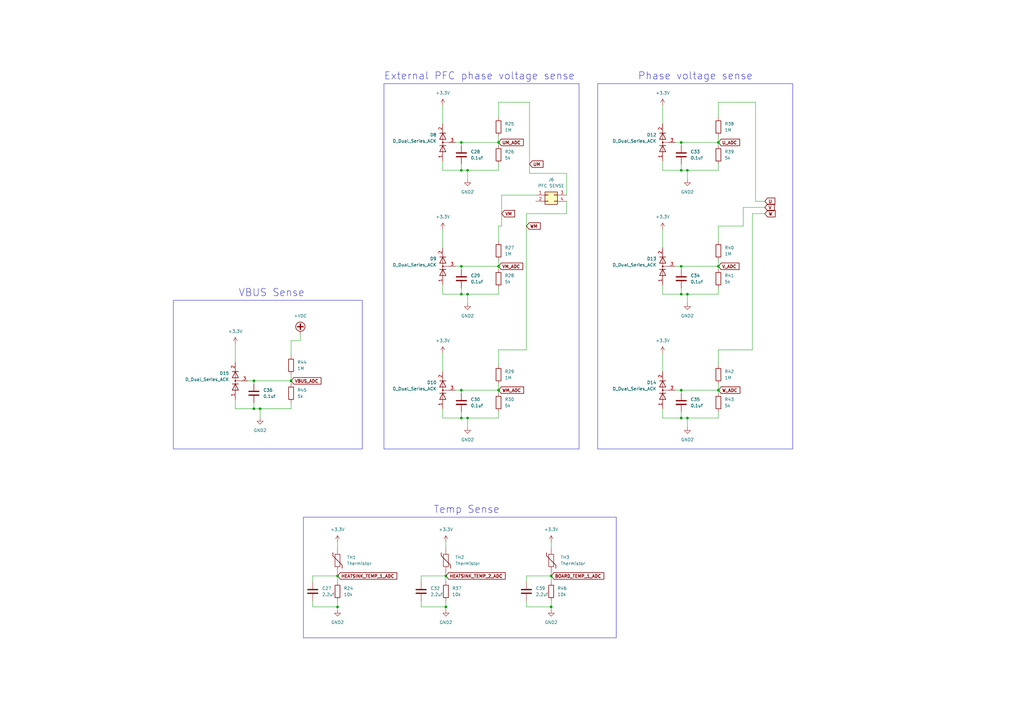
<source format=kicad_sch>
(kicad_sch (version 20230121) (generator eeschema)
  (paper "A3")
  (lib_symbols
    (symbol "Connector_Generic:Conn_02x02_Top_Bottom" (pin_names (offset 1.016) hide)
      (property "Reference" "J" (at 1.27 2.54 0))
      (property "Value" "Conn_02x02_Top_Bottom" (at 1.27 -5.08 0))
      (symbol "Conn_02x02_Top_Bottom_1_1"
        (rectangle (start -1.27 -2.413) (end 0 -2.667) (stroke (width 0.1524)))
        (rectangle (start -1.27 0.127) (end 0 -0.127) (stroke (width 0.1524)))
        (rectangle (start -1.27 1.27) (end 3.81 -3.81) (stroke (width 0.254)) (fill (type background)))
        (rectangle (start 3.81 -2.413) (end 2.54 -2.667) (stroke (width 0.1524)))
        (rectangle (start 3.81 0.127) (end 2.54 -0.127) (stroke (width 0.1524)))
        (pin passive line (at -5.08 0 0) (length 3.81) (name "Pin_1") (number "1"))
        (pin passive line (at -5.08 -2.54 0) (length 3.81) (name "Pin_2") (number "2"))
        (pin passive line (at 7.62 0 180) (length 3.81) (name "Pin_3") (number "3"))
        (pin passive line (at 7.62 -2.54 180) (length 3.81) (name "Pin_4") (number "4"))
      )
    )
    (symbol "Device:C" (pin_numbers hide) (pin_names (offset 0.254))
      (property "Reference" "C" (at 0.635 2.54 0))
      (property "Value" "C" (at 0.635 -2.54 0))
      (symbol "C_0_1"
        (polyline (pts (xy -2.032 -0.762) (xy 2.032 -0.762)) (stroke (width 0.508)))
        (polyline (pts (xy -2.032 0.762) (xy 2.032 0.762)) (stroke (width 0.508)))
      )
      (symbol "C_1_1"
        (pin passive line (at 0 3.81 270) (length 2.794) (name "~") (number "1"))
        (pin passive line (at 0 -3.81 90) (length 2.794) (name "~") (number "2"))
      )
    )
    (symbol "Device:D_Dual_Series_AKC" (pin_names (offset 0.762) hide)
      (property "Reference" "D" (at 1.27 -2.54 0))
      (property "Value" "D_Dual_Series_AKC" (at 0 2.54 0))
      (symbol "D_Dual_Series_AKC_0_1"
        (polyline (pts (xy -3.81 0) (xy 3.81 0)))
        (polyline (pts (xy 0 0) (xy 0 -2.54)))
        (polyline (pts (xy 6.35 0) (xy 7.62 0)))
        (polyline (pts (xy -1.27 -1.27) (xy -1.27 1.27) (xy -1.27 1.27)) (stroke (width 0.254)))
        (polyline (pts (xy 3.81 1.27) (xy 3.81 -1.27) (xy 3.81 -1.27)) (stroke (width 0.254)))
        (polyline (pts (xy -3.81 1.27) (xy -1.27 0) (xy -3.81 -1.27) (xy -3.81 1.27) (xy -3.81 1.27) (xy -3.81 1.27)) (stroke (width 0.254)))
        (polyline (pts (xy 1.27 1.27) (xy 3.81 0) (xy 1.27 -1.27) (xy 1.27 1.27) (xy 1.27 1.27) (xy 1.27 1.27)) (stroke (width 0.254)))
        (circle (center 0 0) (radius 0.254) (fill (type outline)))
        (pin passive line (at -7.62 0 0) (length 3.81) (name "A") (number "1"))
        (pin passive line (at 7.62 0 180) (length 3.81) (name "K") (number "2"))
        (pin passive line (at 0 -5.08 90) (length 2.54) (name "common") (number "3"))
      )
    )
    (symbol "Device:R" (pin_numbers hide) (pin_names (offset 0))
      (property "Reference" "R" (at 2.032 0 90))
      (property "Value" "R" (at 0 0 90))
      (symbol "R_0_1"
        (rectangle (start -1.016 -2.54) (end 1.016 2.54) (stroke (width 0.254)))
      )
      (symbol "R_1_1"
        (pin passive line (at 0 3.81 270) (length 1.27) (name "~") (number "1"))
        (pin passive line (at 0 -3.81 90) (length 1.27) (name "~") (number "2"))
      )
    )
    (symbol "Device:Thermistor" (pin_numbers hide) (pin_names (offset 0))
      (property "Reference" "TH" (at 2.54 1.27 90))
      (property "Value" "Thermistor" (at -2.54 0 90))
      (symbol "Thermistor_0_1"
        (rectangle (start -1.016 2.54) (end 1.016 -2.54) (stroke (width 0.2032)))
        (polyline (pts (xy -1.905 3.175) (xy -1.905 1.905) (xy 1.905 -1.905) (xy 1.905 -3.175) (xy 1.905 -3.175)) (stroke (width 0.254)))
      )
      (symbol "Thermistor_1_1"
        (pin passive line (at 0 5.08 270) (length 2.54) (name "~") (number "1"))
        (pin passive line (at 0 -5.08 90) (length 2.54) (name "~") (number "2"))
      )
    )
    (symbol "power:+3.3V" (power) (pin_names (offset 0))
      (property "Value" "+3.3V" (at 0 3.556 0))
      (symbol "+3.3V_0_1"
        (polyline (pts (xy -0.762 1.27) (xy 0 2.54)))
        (polyline (pts (xy 0 0) (xy 0 2.54)))
        (polyline (pts (xy 0 2.54) (xy 0.762 1.27)))
      )
      (symbol "+3.3V_1_1"
        (pin power_in line (at 0 0 90) (length 0) hide (name "+3.3V") (number "1"))
      )
    )
    (symbol "power:+VDC" (power) (pin_names (offset 0))
      (property "Value" "+VDC" (at 0 6.35 0))
      (symbol "+VDC_0_1"
        (polyline (pts (xy -1.143 3.175) (xy 1.143 3.175)) (stroke (width 0.508)))
        (polyline (pts (xy 0 0) (xy 0 1.27)))
        (polyline (pts (xy 0 2.032) (xy 0 4.318)) (stroke (width 0.508)))
        (circle (center 0 3.175) (radius 1.905) (stroke (width 0.254)))
      )
      (symbol "+VDC_1_1"
        (pin power_in line (at 0 0 90) (length 0) hide (name "+VDC") (number "1"))
      )
    )
    (symbol "power:GND2" (power) (pin_names (offset 0))
      (property "Value" "GND2" (at 0 -3.81 0))
      (symbol "GND2_0_1"
        (polyline (pts (xy 0 0) (xy 0 -1.27) (xy 1.27 -1.27) (xy 0 -2.54) (xy -1.27 -1.27) (xy 0 -1.27)))
      )
      (symbol "GND2_1_1"
        (pin power_in line (at 0 0 270) (length 0) hide (name "GND2") (number "1"))
      )
    )
  )
  (junction (at 279.4 160.02))
  (junction (at 204.47 109.22))
  (junction (at 189.23 109.22))
  (junction (at 279.4 171.45))
  (junction (at 294.64 58.42))
  (junction (at 279.4 58.42))
  (junction (at 104.14 156.21))
  (junction (at 182.88 248.92))
  (junction (at 294.64 160.02))
  (junction (at 279.4 120.65))
  (junction (at 182.88 236.22))
  (junction (at 204.47 58.42))
  (junction (at 294.64 109.22))
  (junction (at 204.47 160.02))
  (junction (at 189.23 171.45))
  (junction (at 189.23 69.85))
  (junction (at 281.94 171.45))
  (junction (at 104.14 167.64))
  (junction (at 189.23 58.42))
  (junction (at 189.23 160.02))
  (junction (at 226.06 248.92))
  (junction (at 189.23 120.65))
  (junction (at 119.38 156.21))
  (junction (at 281.94 69.85))
  (junction (at 191.77 171.45))
  (junction (at 106.68 167.64))
  (junction (at 279.4 69.85))
  (junction (at 226.06 236.22))
  (junction (at 191.77 120.65))
  (junction (at 138.43 236.22))
  (junction (at 281.94 120.65))
  (junction (at 191.77 69.85))
  (junction (at 138.43 248.92))
  (junction (at 279.4 109.22))
  (wire (pts (xy 104.14 167.64) (xy 106.68 167.64)))
  (wire (pts (xy 204.47 161.29) (xy 204.47 160.02)))
  (wire (pts (xy 138.43 248.92) (xy 138.43 250.19)))
  (wire (pts (xy 128.27 246.38) (xy 128.27 248.92)))
  (wire (pts (xy 204.47 106.68) (xy 204.47 109.22)))
  (wire (pts (xy 294.64 118.11) (xy 294.64 120.65)))
  (wire (pts (xy 217.17 41.91) (xy 217.17 71.12)))
  (wire (pts (xy 215.9 248.92) (xy 226.06 248.92)))
  (wire (pts (xy 189.23 58.42) (xy 189.23 59.69)))
  (wire (pts (xy 279.4 168.91) (xy 279.4 171.45)))
  (wire (pts (xy 119.38 167.64) (xy 106.68 167.64)))
  (wire (pts (xy 204.47 55.88) (xy 204.47 58.42)))
  (wire (pts (xy 182.88 234.95) (xy 182.88 236.22)))
  (wire (pts (xy 204.47 59.69) (xy 204.47 58.42)))
  (wire (pts (xy 104.14 165.1) (xy 104.14 167.64)))
  (wire (pts (xy 204.47 41.91) (xy 217.17 41.91)))
  (wire (pts (xy 279.4 160.02) (xy 276.86 160.02)))
  (wire (pts (xy 294.64 120.65) (xy 281.94 120.65)))
  (wire (pts (xy 138.43 234.95) (xy 138.43 236.22)))
  (wire (pts (xy 204.47 67.31) (xy 204.47 69.85)))
  (wire (pts (xy 204.47 160.02) (xy 189.23 160.02)))
  (wire (pts (xy 172.72 246.38) (xy 172.72 248.92)))
  (wire (pts (xy 204.47 143.51) (xy 215.9 143.51)))
  (wire (pts (xy 182.88 238.76) (xy 182.88 236.22)))
  (wire (pts (xy 226.06 238.76) (xy 226.06 236.22)))
  (wire (pts (xy 309.88 41.91) (xy 309.88 82.55)))
  (wire (pts (xy 181.61 66.04) (xy 181.61 69.85)))
  (wire (pts (xy 181.61 171.45) (xy 189.23 171.45)))
  (wire (pts (xy 189.23 109.22) (xy 186.69 109.22)))
  (wire (pts (xy 232.41 87.63) (xy 232.41 82.55)))
  (wire (pts (xy 181.61 167.64) (xy 181.61 171.45)))
  (wire (pts (xy 294.64 110.49) (xy 294.64 109.22)))
  (wire (pts (xy 204.47 168.91) (xy 204.47 171.45)))
  (wire (pts (xy 96.52 167.64) (xy 104.14 167.64)))
  (wire (pts (xy 271.78 43.18) (xy 271.78 50.8)))
  (wire (pts (xy 189.23 58.42) (xy 186.69 58.42)))
  (wire (pts (xy 294.64 109.22) (xy 279.4 109.22)))
  (wire (pts (xy 294.64 157.48) (xy 294.64 160.02)))
  (wire (pts (xy 123.19 139.7) (xy 123.19 137.16)))
  (wire (pts (xy 232.41 71.12) (xy 217.17 71.12)))
  (wire (pts (xy 104.14 156.21) (xy 104.14 157.48)))
  (wire (pts (xy 294.64 161.29) (xy 294.64 160.02)))
  (wire (pts (xy 138.43 238.76) (xy 138.43 236.22)))
  (wire (pts (xy 294.64 149.86) (xy 294.64 143.51)))
  (wire (pts (xy 226.06 234.95) (xy 226.06 236.22)))
  (wire (pts (xy 96.52 163.83) (xy 96.52 167.64)))
  (wire (pts (xy 308.61 87.63) (xy 308.61 143.51)))
  (wire (pts (xy 279.4 69.85) (xy 281.94 69.85)))
  (wire (pts (xy 226.06 248.92) (xy 226.06 250.19)))
  (wire (pts (xy 189.23 109.22) (xy 189.23 110.49)))
  (wire (pts (xy 294.64 168.91) (xy 294.64 171.45)))
  (wire (pts (xy 104.14 156.21) (xy 101.6 156.21)))
  (wire (pts (xy 309.88 82.55) (xy 313.69 82.55)))
  (wire (pts (xy 215.9 246.38) (xy 215.9 248.92)))
  (wire (pts (xy 181.61 69.85) (xy 189.23 69.85)))
  (wire (pts (xy 189.23 160.02) (xy 186.69 160.02)))
  (wire (pts (xy 294.64 55.88) (xy 294.64 58.42)))
  (wire (pts (xy 271.78 167.64) (xy 271.78 171.45)))
  (wire (pts (xy 281.94 120.65) (xy 281.94 124.46)))
  (wire (pts (xy 279.4 118.11) (xy 279.4 120.65)))
  (wire (pts (xy 204.47 69.85) (xy 191.77 69.85)))
  (wire (pts (xy 279.4 171.45) (xy 281.94 171.45)))
  (wire (pts (xy 226.06 246.38) (xy 226.06 248.92)))
  (wire (pts (xy 279.4 160.02) (xy 279.4 161.29)))
  (wire (pts (xy 181.61 116.84) (xy 181.61 120.65)))
  (wire (pts (xy 204.47 120.65) (xy 191.77 120.65)))
  (wire (pts (xy 128.27 248.92) (xy 138.43 248.92)))
  (wire (pts (xy 172.72 248.92) (xy 182.88 248.92)))
  (wire (pts (xy 294.64 41.91) (xy 309.88 41.91)))
  (wire (pts (xy 182.88 222.25) (xy 182.88 224.79)))
  (wire (pts (xy 205.74 80.01) (xy 205.74 92.71)))
  (wire (pts (xy 232.41 80.01) (xy 232.41 71.12)))
  (wire (pts (xy 189.23 168.91) (xy 189.23 171.45)))
  (wire (pts (xy 204.47 149.86) (xy 204.47 143.51)))
  (wire (pts (xy 204.47 118.11) (xy 204.47 120.65)))
  (wire (pts (xy 281.94 171.45) (xy 281.94 175.26)))
  (wire (pts (xy 294.64 69.85) (xy 281.94 69.85)))
  (wire (pts (xy 138.43 236.22) (xy 128.27 236.22)))
  (wire (pts (xy 294.64 99.06) (xy 294.64 92.71)))
  (wire (pts (xy 279.4 109.22) (xy 276.86 109.22)))
  (wire (pts (xy 189.23 160.02) (xy 189.23 161.29)))
  (wire (pts (xy 271.78 93.98) (xy 271.78 101.6)))
  (wire (pts (xy 279.4 58.42) (xy 279.4 59.69)))
  (wire (pts (xy 172.72 236.22) (xy 172.72 238.76)))
  (wire (pts (xy 294.64 92.71) (xy 304.8 92.71)))
  (wire (pts (xy 181.61 93.98) (xy 181.61 101.6)))
  (wire (pts (xy 281.94 69.85) (xy 281.94 73.66)))
  (wire (pts (xy 204.47 99.06) (xy 204.47 92.71)))
  (wire (pts (xy 271.78 120.65) (xy 279.4 120.65)))
  (wire (pts (xy 271.78 66.04) (xy 271.78 69.85)))
  (wire (pts (xy 96.52 140.97) (xy 96.52 148.59)))
  (wire (pts (xy 304.8 92.71) (xy 304.8 85.09)))
  (wire (pts (xy 204.47 48.26) (xy 204.47 41.91)))
  (wire (pts (xy 304.8 85.09) (xy 313.69 85.09)))
  (wire (pts (xy 204.47 92.71) (xy 205.74 92.71)))
  (wire (pts (xy 215.9 87.63) (xy 232.41 87.63)))
  (wire (pts (xy 181.61 120.65) (xy 189.23 120.65)))
  (wire (pts (xy 313.69 87.63) (xy 308.61 87.63)))
  (wire (pts (xy 119.38 153.67) (xy 119.38 156.21)))
  (wire (pts (xy 182.88 248.92) (xy 182.88 250.19)))
  (wire (pts (xy 294.64 143.51) (xy 308.61 143.51)))
  (wire (pts (xy 189.23 120.65) (xy 191.77 120.65)))
  (wire (pts (xy 279.4 120.65) (xy 281.94 120.65)))
  (wire (pts (xy 271.78 116.84) (xy 271.78 120.65)))
  (wire (pts (xy 181.61 144.78) (xy 181.61 152.4)))
  (wire (pts (xy 119.38 157.48) (xy 119.38 156.21)))
  (wire (pts (xy 189.23 69.85) (xy 191.77 69.85)))
  (wire (pts (xy 182.88 246.38) (xy 182.88 248.92)))
  (wire (pts (xy 219.71 80.01) (xy 205.74 80.01)))
  (wire (pts (xy 138.43 222.25) (xy 138.43 224.79)))
  (wire (pts (xy 106.68 167.64) (xy 106.68 171.45)))
  (wire (pts (xy 204.47 109.22) (xy 189.23 109.22)))
  (wire (pts (xy 215.9 236.22) (xy 215.9 238.76)))
  (wire (pts (xy 119.38 139.7) (xy 123.19 139.7)))
  (wire (pts (xy 215.9 87.63) (xy 215.9 143.51)))
  (wire (pts (xy 226.06 222.25) (xy 226.06 224.79)))
  (wire (pts (xy 294.64 58.42) (xy 279.4 58.42)))
  (wire (pts (xy 204.47 171.45) (xy 191.77 171.45)))
  (wire (pts (xy 181.61 43.18) (xy 181.61 50.8)))
  (wire (pts (xy 294.64 160.02) (xy 279.4 160.02)))
  (wire (pts (xy 189.23 67.31) (xy 189.23 69.85)))
  (wire (pts (xy 204.47 58.42) (xy 189.23 58.42)))
  (wire (pts (xy 119.38 146.05) (xy 119.38 139.7)))
  (wire (pts (xy 294.64 59.69) (xy 294.64 58.42)))
  (wire (pts (xy 119.38 156.21) (xy 104.14 156.21)))
  (wire (pts (xy 279.4 58.42) (xy 276.86 58.42)))
  (wire (pts (xy 191.77 69.85) (xy 191.77 73.66)))
  (wire (pts (xy 279.4 67.31) (xy 279.4 69.85)))
  (wire (pts (xy 191.77 171.45) (xy 191.77 175.26)))
  (wire (pts (xy 294.64 48.26) (xy 294.64 41.91)))
  (wire (pts (xy 138.43 246.38) (xy 138.43 248.92)))
  (wire (pts (xy 204.47 110.49) (xy 204.47 109.22)))
  (wire (pts (xy 189.23 118.11) (xy 189.23 120.65)))
  (wire (pts (xy 204.47 157.48) (xy 204.47 160.02)))
  (wire (pts (xy 294.64 67.31) (xy 294.64 69.85)))
  (wire (pts (xy 271.78 69.85) (xy 279.4 69.85)))
  (wire (pts (xy 128.27 236.22) (xy 128.27 238.76)))
  (wire (pts (xy 294.64 171.45) (xy 281.94 171.45)))
  (wire (pts (xy 119.38 165.1) (xy 119.38 167.64)))
  (wire (pts (xy 191.77 120.65) (xy 191.77 124.46)))
  (wire (pts (xy 271.78 144.78) (xy 271.78 152.4)))
  (wire (pts (xy 271.78 171.45) (xy 279.4 171.45)))
  (wire (pts (xy 294.64 106.68) (xy 294.64 109.22)))
  (wire (pts (xy 189.23 171.45) (xy 191.77 171.45)))
  (wire (pts (xy 182.88 236.22) (xy 172.72 236.22)))
  (wire (pts (xy 279.4 109.22) (xy 279.4 110.49)))
  (wire (pts (xy 226.06 236.22) (xy 215.9 236.22)))
  (rectangle (start 71.12 123.19) (end 148.59 184.15))
  (rectangle (start 124.46 212.09) (end 252.73 261.62))
  (rectangle (start 157.48 34.29) (end 237.49 184.15))
  (rectangle (start 245.11 34.29) (end 325.12 184.15))
  (text "VBUS Sense" (at 97.79 121.92 0) (effects (font (size 3 3)) (justify left bottom)))
  (text "External PFC phase voltage sense" (at 157.48 33.02 0) (effects (font (size 3 3)) (justify left bottom)))
  (text "Phase voltage sense" (at 261.62 33.02 0) (effects (font (size 3 3)) (justify left bottom)))
  (text "Temp Sense" (at 177.8 210.82 0) (effects (font (size 3 3)) (justify left bottom)))
  (global_label "U_ADC" (shape input) (at 294.64 58.42 0) (effects (font bold)) (property "Intersheetrefs" "${INTERSHEET_REFS}" (effects hide)))
  (global_label "HEATSINK_TEMP_1_ADC" (shape input) (at 138.43 236.22 0) (effects (font bold)) (property "Intersheetrefs" "${INTERSHEET_REFS}" (effects hide)))
  (global_label "UM_ADC" (shape input) (at 204.47 58.42 0) (effects (font bold)) (property "Intersheetrefs" "${INTERSHEET_REFS}" (effects hide)))
  (global_label "HEATSINK_TEMP_2_ADC" (shape input) (at 182.88 236.22 0) (effects (font bold)) (property "Intersheetrefs" "${INTERSHEET_REFS}" (effects hide)))
  (global_label "V" (shape input) (at 313.69 85.09 0) (effects (font bold)) (property "Intersheetrefs" "${INTERSHEET_REFS}" (effects hide)))
  (global_label "WM" (shape input) (at 215.9 92.71 0) (effects (font bold)) (property "Intersheetrefs" "${INTERSHEET_REFS}" (effects hide)))
  (global_label "UM" (shape input) (at 217.17 67.31 0) (effects (font bold)) (property "Intersheetrefs" "${INTERSHEET_REFS}" (effects hide)))
  (global_label "W_ADC" (shape input) (at 294.64 160.02 0) (effects (font bold)) (property "Intersheetrefs" "${INTERSHEET_REFS}" (effects hide)))
  (global_label "VM_ADC" (shape input) (at 204.47 109.22 0) (effects (font bold)) (property "Intersheetrefs" "${INTERSHEET_REFS}" (effects hide)))
  (global_label "VM" (shape input) (at 205.74 87.63 0) (effects (font bold)) (property "Intersheetrefs" "${INTERSHEET_REFS}" (effects hide)))
  (global_label "WM_ADC" (shape input) (at 204.47 160.02 0) (effects (font bold)) (property "Intersheetrefs" "${INTERSHEET_REFS}" (effects hide)))
  (global_label "BOARD_TEMP_1_ADC" (shape input) (at 226.06 236.22 0) (effects (font bold)) (property "Intersheetrefs" "${INTERSHEET_REFS}" (effects hide)))
  (global_label "VBUS_ADC" (shape input) (at 119.38 156.21 0) (effects (font bold)) (property "Intersheetrefs" "${INTERSHEET_REFS}" (effects hide)))
  (global_label "W" (shape input) (at 313.69 87.63 0) (effects (font bold)) (property "Intersheetrefs" "${INTERSHEET_REFS}" (effects hide)))
  (global_label "U" (shape input) (at 313.69 82.55 0) (effects (font bold)) (property "Intersheetrefs" "${INTERSHEET_REFS}" (effects hide)))
  (global_label "V_ADC" (shape input) (at 294.64 109.22 0) (effects (font bold)) (property "Intersheetrefs" "${INTERSHEET_REFS}" (effects hide)))
  (symbol (lib_id "Device:C") (at 279.4 165.1 0) (unit 1)
    (property "Reference" "C35" (at 283.21 163.8299 0) (effects (justify left)))
    (property "Value" "0.1uf" (at 283.21 166.3699 0) (effects (justify left)))
    (property "Footprint" "Capacitor_SMD:C_0603_1608Metric" (effects hide))
    (instances (project "HV servo drive v1" (path "" (reference "C35") (unit 1)) (path "" (reference "C36") (unit 1))))
  )
  (symbol (lib_id "Device:C") (at 128.27 242.57 0) (unit 1)
    (property "Reference" "C27" (at 132.08 241.2999 0) (effects (justify left)))
    (property "Value" "2.2uf" (at 132.08 243.8399 0) (effects (justify left)))
    (property "Footprint" "Capacitor_SMD:C_0603_1608Metric" (effects hide))
  )
  (symbol (lib_id "power:+3.3V") (at 181.61 93.98 0) (unit 1)
    (property "Reference" "#PWR050" (effects hide))
    (property "Value" "+3.3V" (at 181.61 88.9 0))
    (instances (project "HV servo drive v1" (path "" (reference "#PWR050") (unit 1)) (path "" (reference "#PWR056") (unit 1))))
  )
  (symbol (lib_id "Device:R") (at 138.43 242.57 0) (unit 1)
    (property "Reference" "R24" (at 140.97 241.2999 0) (effects (justify left)))
    (property "Value" "10k" (at 140.97 243.8399 0) (effects (justify left)))
    (property "Footprint" "Resistor_SMD:R_0603_1608Metric" (effects hide))
  )
  (symbol (lib_id "power:GND2") (at 191.77 175.26 0) (unit 1)
    (property "Reference" "#PWR057" (effects hide))
    (property "Value" "GND2" (at 191.77 180.34 0))
    (instances (project "HV servo drive v1" (path "" (reference "#PWR057") (unit 1)) (path "" (reference "#PWR064") (unit 1))))
  )
  (symbol (lib_id "Device:D_Dual_Series_AKC") (at 181.61 58.42 90) (unit 1)
    (property "Reference" "D8" (at 179.07 55.3084 90) (effects (justify left)))
    (property "Value" "D_Dual_Series_ACK" (at 179.07 57.8484 90) (effects (justify left)))
    (property "Footprint" "Package_TO_SOT_SMD:SOT-23" (effects hide))
    (instances (project "HV servo drive v1" (path "" (reference "D8") (unit 1)) (path "" (reference "D9") (unit 1))))
  )
  (symbol (lib_id "Device:R") (at 204.47 114.3 0) (unit 1)
    (property "Reference" "R28" (at 207.01 113.0299 0) (effects (justify left)))
    (property "Value" "5k" (at 207.01 115.5699 0) (effects (justify left)))
    (property "Footprint" "Resistor_SMD:R_0603_1608Metric" (effects hide))
    (instances (project "HV servo drive v1" (path "" (reference "R28") (unit 1)) (path "" (reference "R30") (unit 1))))
  )
  (symbol (lib_id "Connector_Generic:Conn_02x02_Top_Bottom") (at 224.79 80.01 0) (unit 1)
    (property "Reference" "J6" (at 226.06 73.66 0))
    (property "Value" "PFC SENSE" (at 226.06 76.2 0))
    (property "Footprint" "Connector_Molex:Molex_Mini-Fit_Jr_5569-04A2_2x02_P4.20mm_Horizontal" (effects hide))
  )
  (symbol (lib_id "power:GND2") (at 281.94 73.66 0) (unit 1)
    (property "Reference" "#PWR066" (effects hide))
    (property "Value" "GND2" (at 281.94 78.74 0))
    (instances (project "HV servo drive v1" (path "" (reference "#PWR066") (unit 1)) (path "" (reference "#PWR068") (unit 1))))
  )
  (symbol (lib_id "Device:Thermistor") (at 226.06 229.87 0) (unit 1)
    (property "Reference" "TH3" (at 229.87 228.5999 0) (effects (justify left)))
    (property "Value" "Thermistor" (at 229.87 231.1399 0) (effects (justify left)))
    (property "Footprint" "Resistor_SMD:R_0603_1608Metric" (effects hide))
  )
  (symbol (lib_id "Device:D_Dual_Series_AKC") (at 271.78 160.02 90) (unit 1)
    (property "Reference" "D14" (at 269.24 156.9084 90) (effects (justify left)))
    (property "Value" "D_Dual_Series_ACK" (at 269.24 159.4484 90) (effects (justify left)))
    (property "Footprint" "Package_TO_SOT_SMD:SOT-23" (effects hide))
    (instances (project "HV servo drive v1" (path "" (reference "D14") (unit 1)) (path "" (reference "D15") (unit 1))))
  )
  (symbol (lib_id "power:GND2") (at 182.88 250.19 0) (unit 1)
    (property "Reference" "#PWR061" (effects hide))
    (property "Value" "GND2" (at 182.88 255.27 0))
  )
  (symbol (lib_id "power:+3.3V") (at 271.78 43.18 0) (unit 1)
    (property "Reference" "#PWR062" (effects hide))
    (property "Value" "+3.3V" (at 271.78 38.1 0))
    (instances (project "HV servo drive v1" (path "" (reference "#PWR062") (unit 1)) (path "" (reference "#PWR065") (unit 1))))
  )
  (symbol (lib_id "Device:C") (at 189.23 63.5 0) (unit 1)
    (property "Reference" "C28" (at 193.04 62.2299 0) (effects (justify left)))
    (property "Value" "0.1uf" (at 193.04 64.7699 0) (effects (justify left)))
    (property "Footprint" "Capacitor_SMD:C_0603_1608Metric" (effects hide))
    (instances (project "HV servo drive v1" (path "" (reference "C28") (unit 1)) (path "" (reference "C29") (unit 1))))
  )
  (symbol (lib_id "power:+VDC") (at 123.19 137.16 0) (unit 1)
    (property "Reference" "#PWR072" (effects hide))
    (property "Value" "+VDC" (at 123.19 129.54 0))
    (instances (project "HV servo drive v1" (path "" (reference "#PWR072") (unit 1)) (path "" (reference "#PWR051") (unit 1))))
  )
  (symbol (lib_id "Device:D_Dual_Series_AKC") (at 181.61 109.22 90) (unit 1)
    (property "Reference" "D9" (at 179.07 106.1084 90) (effects (justify left)))
    (property "Value" "D_Dual_Series_ACK" (at 179.07 108.6484 90) (effects (justify left)))
    (property "Footprint" "Package_TO_SOT_SMD:SOT-23" (effects hide))
    (instances (project "HV servo drive v1" (path "" (reference "D9") (unit 1)) (path "" (reference "D10") (unit 1))))
  )
  (symbol (lib_id "Device:Thermistor") (at 138.43 229.87 0) (unit 1)
    (property "Reference" "TH1" (at 142.24 228.5999 0) (effects (justify left)))
    (property "Value" "Thermistor" (at 142.24 231.1399 0) (effects (justify left)))
    (property "Footprint" "Connector_PinHeader_2.54mm:PinHeader_1x02_P2.54mm_Vertical" (effects hide))
  )
  (symbol (lib_id "Device:R") (at 294.64 153.67 0) (unit 1)
    (property "Reference" "R42" (at 297.18 152.3999 0) (effects (justify left)))
    (property "Value" "1M" (at 297.18 154.9399 0) (effects (justify left)))
    (property "Footprint" "Resistor_THT:R_Axial_DIN0309_L9.0mm_D3.2mm_P12.70mm_Horizontal" (effects hide))
    (instances (project "HV servo drive v1" (path "" (reference "R42") (unit 1)) (path "" (reference "R44") (unit 1))))
  )
  (symbol (lib_id "Device:R") (at 204.47 63.5 0) (unit 1)
    (property "Reference" "R26" (at 207.01 62.2299 0) (effects (justify left)))
    (property "Value" "5k" (at 207.01 64.7699 0) (effects (justify left)))
    (property "Footprint" "Resistor_SMD:R_0603_1608Metric" (effects hide))
    (instances (project "HV servo drive v1" (path "" (reference "R26") (unit 1)) (path "" (reference "R28") (unit 1))))
  )
  (symbol (lib_id "power:GND2") (at 191.77 73.66 0) (unit 1)
    (property "Reference" "#PWR055" (effects hide))
    (property "Value" "GND2" (at 191.77 78.74 0))
    (instances (project "HV servo drive v1" (path "" (reference "#PWR055") (unit 1)) (path "" (reference "#PWR062") (unit 1))))
  )
  (symbol (lib_id "Device:C") (at 279.4 114.3 0) (unit 1)
    (property "Reference" "C34" (at 283.21 113.0299 0) (effects (justify left)))
    (property "Value" "0.1uf" (at 283.21 115.5699 0) (effects (justify left)))
    (property "Footprint" "Capacitor_SMD:C_0603_1608Metric" (effects hide))
    (instances (project "HV servo drive v1" (path "" (reference "C34") (unit 1)) (path "" (reference "C35") (unit 1))))
  )
  (symbol (lib_id "Device:R") (at 204.47 102.87 0) (unit 1)
    (property "Reference" "R27" (at 207.01 101.5999 0) (effects (justify left)))
    (property "Value" "1M" (at 207.01 104.1399 0) (effects (justify left)))
    (property "Footprint" "Resistor_THT:R_Axial_DIN0309_L9.0mm_D3.2mm_P12.70mm_Horizontal" (effects hide))
    (instances (project "HV servo drive v1" (path "" (reference "R27") (unit 1)) (path "" (reference "R29") (unit 1))))
  )
  (symbol (lib_id "Device:R") (at 182.88 242.57 0) (unit 1)
    (property "Reference" "R37" (at 185.42 241.2999 0) (effects (justify left)))
    (property "Value" "10k" (at 185.42 243.8399 0) (effects (justify left)))
    (property "Footprint" "Resistor_SMD:R_0603_1608Metric" (effects hide))
  )
  (symbol (lib_id "Device:R") (at 294.64 63.5 0) (unit 1)
    (property "Reference" "R39" (at 297.18 62.2299 0) (effects (justify left)))
    (property "Value" "5k" (at 297.18 64.7699 0) (effects (justify left)))
    (property "Footprint" "Resistor_SMD:R_0603_1608Metric" (effects hide))
    (instances (project "HV servo drive v1" (path "" (reference "R39") (unit 1)) (path "" (reference "R41") (unit 1))))
  )
  (symbol (lib_id "Device:D_Dual_Series_AKC") (at 271.78 58.42 90) (unit 1)
    (property "Reference" "D12" (at 269.24 55.3084 90) (effects (justify left)))
    (property "Value" "D_Dual_Series_ACK" (at 269.24 57.8484 90) (effects (justify left)))
    (property "Footprint" "Package_TO_SOT_SMD:SOT-23" (effects hide))
    (instances (project "HV servo drive v1" (path "" (reference "D12") (unit 1)) (path "" (reference "D13") (unit 1))))
  )
  (symbol (lib_id "Device:R") (at 294.64 165.1 0) (unit 1)
    (property "Reference" "R43" (at 297.18 163.8299 0) (effects (justify left)))
    (property "Value" "5k" (at 297.18 166.3699 0) (effects (justify left)))
    (property "Footprint" "Resistor_SMD:R_0603_1608Metric" (effects hide))
    (instances (project "HV servo drive v1" (path "" (reference "R43") (unit 1)) (path "" (reference "R45") (unit 1))))
  )
  (symbol (lib_id "Device:C") (at 172.72 242.57 0) (unit 1)
    (property "Reference" "C32" (at 176.53 241.2999 0) (effects (justify left)))
    (property "Value" "2.2uf" (at 176.53 243.8399 0) (effects (justify left)))
    (property "Footprint" "Capacitor_SMD:C_0603_1608Metric" (effects hide))
  )
  (symbol (lib_id "power:GND2") (at 226.06 250.19 0) (unit 1)
    (property "Reference" "#PWR071" (effects hide))
    (property "Value" "GND2" (at 226.06 255.27 0))
  )
  (symbol (lib_id "Device:D_Dual_Series_AKC") (at 96.52 156.21 90) (unit 1)
    (property "Reference" "D15" (at 93.98 153.0984 90) (effects (justify left)))
    (property "Value" "D_Dual_Series_ACK" (at 93.98 155.6384 90) (effects (justify left)))
    (property "Footprint" "Package_TO_SOT_SMD:SOT-23" (effects hide))
    (instances (project "HV servo drive v1" (path "" (reference "D15") (unit 1)) (path "" (reference "D8") (unit 1))))
  )
  (symbol (lib_id "power:+3.3V") (at 96.52 140.97 0) (unit 1)
    (property "Reference" "#PWR065" (effects hide))
    (property "Value" "+3.3V" (at 96.52 135.89 0))
    (instances (project "HV servo drive v1" (path "" (reference "#PWR065") (unit 1)) (path "" (reference "#PWR049") (unit 1))))
  )
  (symbol (lib_id "Device:R") (at 119.38 149.86 0) (unit 1)
    (property "Reference" "R44" (at 121.92 148.5899 0) (effects (justify left)))
    (property "Value" "1M" (at 121.92 151.1299 0) (effects (justify left)))
    (property "Footprint" "Resistor_THT:R_Axial_DIN0309_L9.0mm_D3.2mm_P12.70mm_Horizontal" (effects hide))
    (instances (project "HV servo drive v1" (path "" (reference "R44") (unit 1)) (path "" (reference "R25") (unit 1))))
  )
  (symbol (lib_id "Device:C") (at 189.23 165.1 0) (unit 1)
    (property "Reference" "C30" (at 193.04 163.8299 0) (effects (justify left)))
    (property "Value" "0.1uf" (at 193.04 166.3699 0) (effects (justify left)))
    (property "Footprint" "Capacitor_SMD:C_0603_1608Metric" (effects hide))
    (instances (project "HV servo drive v1" (path "" (reference "C30") (unit 1)) (path "" (reference "C33") (unit 1))))
  )
  (symbol (lib_id "power:GND2") (at 191.77 124.46 0) (unit 1)
    (property "Reference" "#PWR056" (effects hide))
    (property "Value" "GND2" (at 191.77 129.54 0))
    (instances (project "HV servo drive v1" (path "" (reference "#PWR056") (unit 1)) (path "" (reference "#PWR063") (unit 1))))
  )
  (symbol (lib_id "power:GND2") (at 281.94 175.26 0) (unit 1)
    (property "Reference" "#PWR068" (effects hide))
    (property "Value" "GND2" (at 281.94 180.34 0))
    (instances (project "HV servo drive v1" (path "" (reference "#PWR068") (unit 1)) (path "" (reference "#PWR072") (unit 1))))
  )
  (symbol (lib_id "power:GND2") (at 106.68 171.45 0) (unit 1)
    (property "Reference" "#PWR069" (effects hide))
    (property "Value" "GND2" (at 106.68 176.53 0))
    (instances (project "HV servo drive v1" (path "" (reference "#PWR069") (unit 1)) (path "" (reference "#PWR050") (unit 1))))
  )
  (symbol (lib_id "Device:R") (at 204.47 52.07 0) (unit 1)
    (property "Reference" "R25" (at 207.01 50.7999 0) (effects (justify left)))
    (property "Value" "1M" (at 207.01 53.3399 0) (effects (justify left)))
    (property "Footprint" "Resistor_THT:R_Axial_DIN0309_L9.0mm_D3.2mm_P12.70mm_Horizontal" (effects hide))
    (instances (project "HV servo drive v1" (path "" (reference "R25") (unit 1)) (path "" (reference "R27") (unit 1))))
  )
  (symbol (lib_id "Device:R") (at 226.06 242.57 0) (unit 1)
    (property "Reference" "R46" (at 228.6 241.2999 0) (effects (justify left)))
    (property "Value" "10k" (at 228.6 243.8399 0) (effects (justify left)))
    (property "Footprint" "Resistor_SMD:R_0603_1608Metric" (effects hide))
  )
  (symbol (lib_id "power:+3.3V") (at 271.78 144.78 0) (unit 1)
    (property "Reference" "#PWR064" (effects hide))
    (property "Value" "+3.3V" (at 271.78 139.7 0))
    (instances (project "HV servo drive v1" (path "" (reference "#PWR064") (unit 1)) (path "" (reference "#PWR067") (unit 1))))
  )
  (symbol (lib_id "Device:C") (at 279.4 63.5 0) (unit 1)
    (property "Reference" "C33" (at 283.21 62.2299 0) (effects (justify left)))
    (property "Value" "0.1uf" (at 283.21 64.7699 0) (effects (justify left)))
    (property "Footprint" "Capacitor_SMD:C_0603_1608Metric" (effects hide))
    (instances (project "HV servo drive v1" (path "" (reference "C33") (unit 1)) (path "" (reference "C34") (unit 1))))
  )
  (symbol (lib_id "Device:R") (at 204.47 153.67 0) (unit 1)
    (property "Reference" "R29" (at 207.01 152.3999 0) (effects (justify left)))
    (property "Value" "1M" (at 207.01 154.9399 0) (effects (justify left)))
    (property "Footprint" "Resistor_THT:R_Axial_DIN0309_L9.0mm_D3.2mm_P12.70mm_Horizontal" (effects hide))
    (instances (project "HV servo drive v1" (path "" (reference "R29") (unit 1)) (path "" (reference "R38") (unit 1))))
  )
  (symbol (lib_id "Device:C") (at 189.23 114.3 0) (unit 1)
    (property "Reference" "C29" (at 193.04 113.0299 0) (effects (justify left)))
    (property "Value" "0.1uf" (at 193.04 115.5699 0) (effects (justify left)))
    (property "Footprint" "Capacitor_SMD:C_0603_1608Metric" (effects hide))
    (instances (project "HV servo drive v1" (path "" (reference "C29") (unit 1)) (path "" (reference "C30") (unit 1))))
  )
  (symbol (lib_id "Device:D_Dual_Series_AKC") (at 181.61 160.02 90) (unit 1)
    (property "Reference" "D10" (at 179.07 156.9084 90) (effects (justify left)))
    (property "Value" "D_Dual_Series_ACK" (at 179.07 159.4484 90) (effects (justify left)))
    (property "Footprint" "Package_TO_SOT_SMD:SOT-23" (effects hide))
    (instances (project "HV servo drive v1" (path "" (reference "D10") (unit 1)) (path "" (reference "D12") (unit 1))))
  )
  (symbol (lib_id "power:+3.3V") (at 181.61 43.18 0) (unit 1)
    (property "Reference" "#PWR049" (effects hide))
    (property "Value" "+3.3V" (at 181.61 38.1 0))
    (instances (project "HV servo drive v1" (path "" (reference "#PWR049") (unit 1)) (path "" (reference "#PWR055") (unit 1))))
  )
  (symbol (lib_id "Device:D_Dual_Series_AKC") (at 271.78 109.22 90) (unit 1)
    (property "Reference" "D13" (at 269.24 106.1084 90) (effects (justify left)))
    (property "Value" "D_Dual_Series_ACK" (at 269.24 108.6484 90) (effects (justify left)))
    (property "Footprint" "Package_TO_SOT_SMD:SOT-23" (effects hide))
    (instances (project "HV servo drive v1" (path "" (reference "D13") (unit 1)) (path "" (reference "D14") (unit 1))))
  )
  (symbol (lib_id "power:GND2") (at 138.43 250.19 0) (unit 1)
    (property "Reference" "#PWR054" (effects hide))
    (property "Value" "GND2" (at 138.43 255.27 0))
  )
  (symbol (lib_id "power:+3.3V") (at 226.06 222.25 0) (unit 1)
    (property "Reference" "#PWR070" (effects hide))
    (property "Value" "+3.3V" (at 226.06 217.17 0))
  )
  (symbol (lib_id "Device:R") (at 204.47 165.1 0) (unit 1)
    (property "Reference" "R30" (at 207.01 163.8299 0) (effects (justify left)))
    (property "Value" "5k" (at 207.01 166.3699 0) (effects (justify left)))
    (property "Footprint" "Resistor_SMD:R_0603_1608Metric" (effects hide))
    (instances (project "HV servo drive v1" (path "" (reference "R30") (unit 1)) (path "" (reference "R39") (unit 1))))
  )
  (symbol (lib_id "power:+3.3V") (at 182.88 222.25 0) (unit 1)
    (property "Reference" "#PWR060" (effects hide))
    (property "Value" "+3.3V" (at 182.88 217.17 0))
  )
  (symbol (lib_id "Device:C") (at 215.9 242.57 0) (unit 1)
    (property "Reference" "C39" (at 219.71 241.2999 0) (effects (justify left)))
    (property "Value" "2.2uf" (at 219.71 243.8399 0) (effects (justify left)))
    (property "Footprint" "Capacitor_SMD:C_0603_1608Metric" (effects hide))
  )
  (symbol (lib_id "power:+3.3V") (at 181.61 144.78 0) (unit 1)
    (property "Reference" "#PWR051" (effects hide))
    (property "Value" "+3.3V" (at 181.61 139.7 0))
    (instances (project "HV servo drive v1" (path "" (reference "#PWR051") (unit 1)) (path "" (reference "#PWR057") (unit 1))))
  )
  (symbol (lib_id "power:+3.3V") (at 271.78 93.98 0) (unit 1)
    (property "Reference" "#PWR063" (effects hide))
    (property "Value" "+3.3V" (at 271.78 88.9 0))
    (instances (project "HV servo drive v1" (path "" (reference "#PWR063") (unit 1)) (path "" (reference "#PWR066") (unit 1))))
  )
  (symbol (lib_id "Device:R") (at 294.64 52.07 0) (unit 1)
    (property "Reference" "R38" (at 297.18 50.7999 0) (effects (justify left)))
    (property "Value" "1M" (at 297.18 53.3399 0) (effects (justify left)))
    (property "Footprint" "Resistor_THT:R_Axial_DIN0309_L9.0mm_D3.2mm_P12.70mm_Horizontal" (effects hide))
    (instances (project "HV servo drive v1" (path "" (reference "R38") (unit 1)) (path "" (reference "R40") (unit 1))))
  )
  (symbol (lib_id "Device:Thermistor") (at 182.88 229.87 0) (unit 1)
    (property "Reference" "TH2" (at 186.69 228.5999 0) (effects (justify left)))
    (property "Value" "Thermistor" (at 186.69 231.1399 0) (effects (justify left)))
    (property "Footprint" "Connector_PinHeader_2.54mm:PinHeader_1x02_P2.54mm_Vertical" (effects hide))
  )
  (symbol (lib_id "Device:R") (at 294.64 102.87 0) (unit 1)
    (property "Reference" "R40" (at 297.18 101.5999 0) (effects (justify left)))
    (property "Value" "1M" (at 297.18 104.1399 0) (effects (justify left)))
    (property "Footprint" "Resistor_THT:R_Axial_DIN0309_L9.0mm_D3.2mm_P12.70mm_Horizontal" (effects hide))
    (instances (project "HV servo drive v1" (path "" (reference "R40") (unit 1)) (path "" (reference "R42") (unit 1))))
  )
  (symbol (lib_id "Device:C") (at 104.14 161.29 0) (unit 1)
    (property "Reference" "C36" (at 107.95 160.0199 0) (effects (justify left)))
    (property "Value" "0.1uf" (at 107.95 162.5599 0) (effects (justify left)))
    (property "Footprint" "Capacitor_SMD:C_0603_1608Metric" (effects hide))
    (instances (project "HV servo drive v1" (path "" (reference "C36") (unit 1)) (path "" (reference "C28") (unit 1))))
  )
  (symbol (lib_id "Device:R") (at 119.38 161.29 0) (unit 1)
    (property "Reference" "R45" (at 121.92 160.0199 0) (effects (justify left)))
    (property "Value" "5k" (at 121.92 162.5599 0) (effects (justify left)))
    (property "Footprint" "Resistor_SMD:R_0603_1608Metric" (effects hide))
    (instances (project "HV servo drive v1" (path "" (reference "R45") (unit 1)) (path "" (reference "R26") (unit 1))))
  )
  (symbol (lib_id "power:+3.3V") (at 138.43 222.25 0) (unit 1)
    (property "Reference" "#PWR053" (effects hide))
    (property "Value" "+3.3V" (at 138.43 217.17 0))
  )
  (symbol (lib_id "Device:R") (at 294.64 114.3 0) (unit 1)
    (property "Reference" "R41" (at 297.18 113.0299 0) (effects (justify left)))
    (property "Value" "5k" (at 297.18 115.5699 0) (effects (justify left)))
    (property "Footprint" "Resistor_SMD:R_0603_1608Metric" (effects hide))
    (instances (project "HV servo drive v1" (path "" (reference "R41") (unit 1)) (path "" (reference "R43") (unit 1))))
  )
  (symbol (lib_id "power:GND2") (at 281.94 124.46 0) (unit 1)
    (property "Reference" "#PWR067" (effects hide))
    (property "Value" "GND2" (at 281.94 129.54 0))
    (instances (project "HV servo drive v1" (path "" (reference "#PWR067") (unit 1)) (path "" (reference "#PWR069") (unit 1))))
  )
)
</source>
